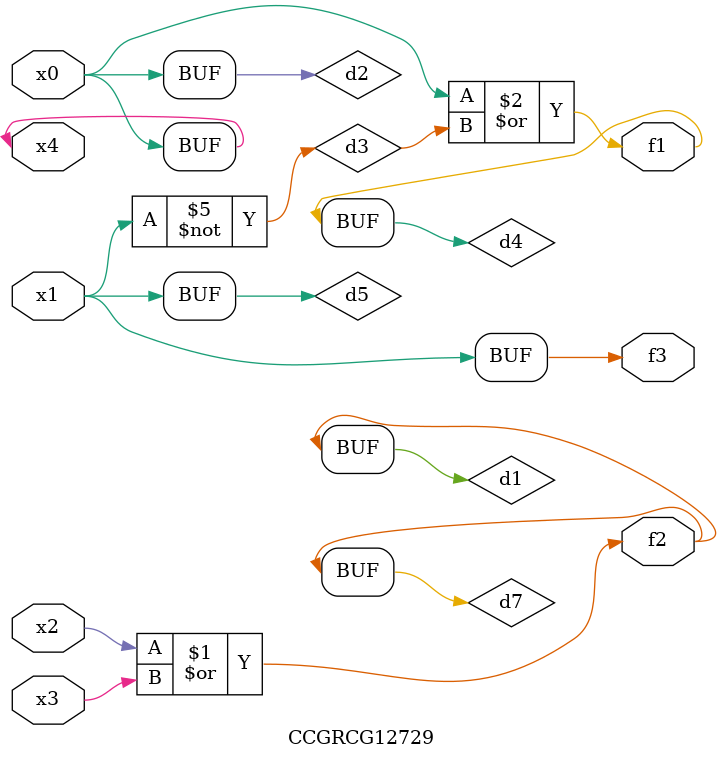
<source format=v>
module CCGRCG12729(
	input x0, x1, x2, x3, x4,
	output f1, f2, f3
);

	wire d1, d2, d3, d4, d5, d6, d7;

	or (d1, x2, x3);
	buf (d2, x0, x4);
	not (d3, x1);
	or (d4, d2, d3);
	not (d5, d3);
	nand (d6, d1, d3);
	or (d7, d1);
	assign f1 = d4;
	assign f2 = d7;
	assign f3 = d5;
endmodule

</source>
